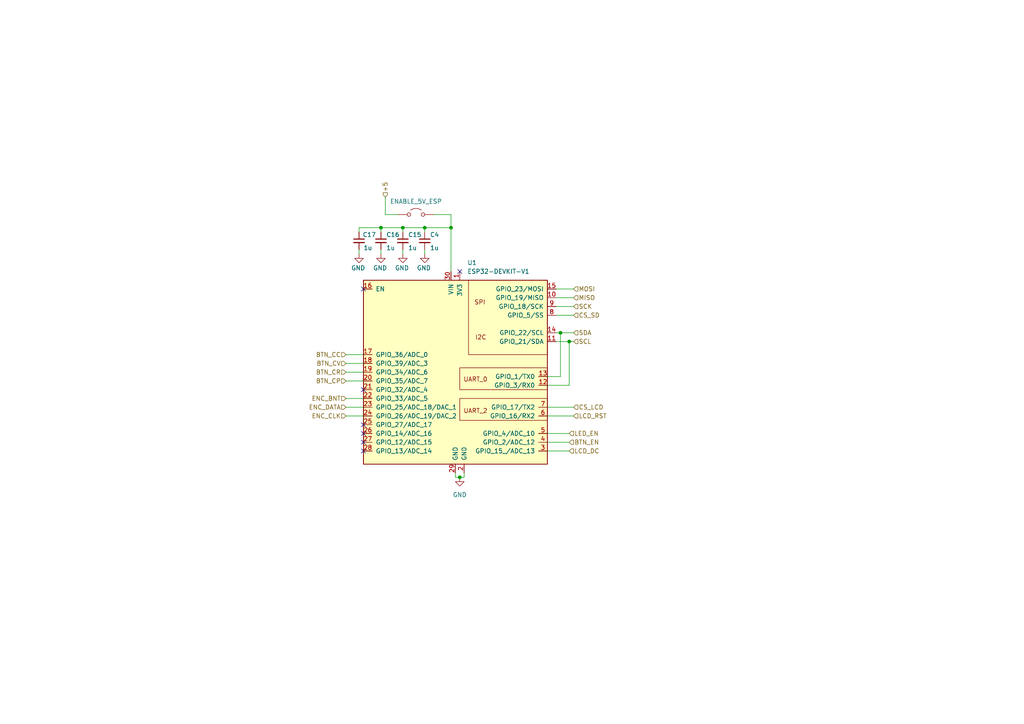
<source format=kicad_sch>
(kicad_sch (version 20231120) (generator "eeschema") (generator_version "8.0")
  (paper "A4")
  (lib_symbols
    (symbol "Device:C_Small" (pin_numbers hide) (pin_names (offset 0.254) hide)
      (property "Reference" "C" (at 0.254 1.778 0))
      (property "Value" "C_Small" (at 0.254 -2.032 0))
      (symbol "C_Small_0_1"
        (polyline (pts (xy -1.524 -0.508) (xy 1.524 -0.508)) (stroke (width 0.3302)))
        (polyline (pts (xy -1.524 0.508) (xy 1.524 0.508)) (stroke (width 0.3048)))
      )
      (symbol "C_Small_1_1"
        (pin passive line (at 0 2.54 270) (length 2.032) (name "~") (number "1"))
        (pin passive line (at 0 -2.54 90) (length 2.032) (name "~") (number "2"))
      )
    )
    (symbol "GND_1" (power) (pin_numbers hide) (pin_names (offset 0) hide)
      (property "Value" "GND" (at 0 -3.81 0))
      (symbol "GND_1_0_1"
        (polyline (pts (xy 0 0) (xy 0 -1.27) (xy 1.27 -1.27) (xy 0 -2.54) (xy -1.27 -1.27) (xy 0 -1.27)))
      )
      (symbol "GND_1_1_1"
        (pin power_in line (at 0 0 270) (length 0) (name "~") (number "1"))
      )
    )
    (symbol "Jumper:Jumper_2_Open" (pin_numbers hide) (pin_names (offset 0) hide) (exclude_from_sim yes)
      (property "Reference" "JP" (at 0 2.794 0))
      (property "Value" "Jumper_2_Open" (at 0 -2.286 0))
      (symbol "Jumper_2_Open_0_0"
        (circle (center -2.032 0) (radius 0.508))
        (circle (center 2.032 0) (radius 0.508))
      )
      (symbol "Jumper_2_Open_0_1"
        (arc (start 1.524 1.27) (mid 0 1.778) (end -1.524 1.27))
      )
      (symbol "Jumper_2_Open_1_1"
        (pin passive line (at -5.08 0 0) (length 2.54) (name "A") (number "1"))
        (pin passive line (at 5.08 0 180) (length 2.54) (name "B") (number "2"))
      )
    )
    (symbol "esp32-devkit-v1:ESP32-DEVKIT-V1" (pin_names (offset 1.016))
      (property "Reference" "U" (at -38.1 31.75 0))
      (property "Value" "ESP32-DEVKIT-V1" (at 4.572 -26.67 0))
      (symbol "ESP32-DEVKIT-V1_0_0"
        (rectangle (start -26.67 29.21) (end 26.67 -24.13) (stroke (width 0.254)) (fill (type background)))
      )
      (symbol "ESP32-DEVKIT-V1_0_1"
        (rectangle (start 26.67 29.21) (end 3.81 7.62))
      )
      (symbol "ESP32-DEVKIT-V1_1_0"
        (pin power_in line (at 1.27 31.75 270) (length 2.54) (name "3V3") (number "1"))
        (pin bidirectional line (at 29.21 24.13 180) (length 2.54) (name "GPIO_19/MISO") (number "10"))
        (pin bidirectional line (at 29.21 11.43 180) (length 2.54) (name "GPIO_21/SDA") (number "11"))
        (pin bidirectional line (at 26.67 -1.27 180) (length 2.54) (name "GPIO_3/RX0") (number "12"))
        (pin bidirectional line (at 26.67 1.27 180) (length 2.54) (name "GPIO_1/TX0") (number "13"))
        (pin bidirectional line (at 29.21 13.97 180) (length 2.54) (name "GPIO_22/SCL") (number "14"))
        (pin bidirectional line (at 29.21 26.67 180) (length 2.54) (name "GPIO_23/MOSI") (number "15"))
        (pin input line (at -26.67 26.67 0) (length 2.54) (name "EN") (number "16"))
        (pin input line (at -26.67 7.62 0) (length 2.54) (name "GPIO_36/ADC_0") (number "17"))
        (pin input line (at -26.67 5.08 0) (length 2.54) (name "GPIO_39/ADC_3") (number "18"))
        (pin input line (at -26.67 2.54 0) (length 2.54) (name "GPIO_34/ADC_6") (number "19"))
        (pin power_in line (at 2.54 -26.67 90) (length 2.54) (name "GND") (number "2"))
        (pin input line (at -26.67 0 0) (length 2.54) (name "GPIO_35/ADC_7") (number "20"))
        (pin bidirectional line (at -26.67 -2.54 0) (length 2.54) (name "GPIO_32/ADC_4") (number "21"))
        (pin bidirectional line (at -26.67 -5.08 0) (length 2.54) (name "GPIO_33/ADC_5") (number "22"))
        (pin bidirectional line (at -26.67 -7.62 0) (length 2.54) (name "GPIO_25/ADC_18/DAC_1") (number "23"))
        (pin bidirectional line (at -26.67 -10.16 0) (length 2.54) (name "GPIO_26/ADC_19/DAC_2") (number "24"))
        (pin bidirectional line (at -26.67 -12.7 0) (length 2.54) (name "GPIO_27/ADC_17") (number "25"))
        (pin bidirectional line (at -26.67 -15.24 0) (length 2.54) (name "GPIO_14/ADC_16") (number "26"))
        (pin bidirectional line (at -26.67 -17.78 0) (length 2.54) (name "GPIO_12/ADC_15") (number "27"))
        (pin bidirectional line (at -26.67 -20.32 0) (length 2.54) (name "GPIO_13/ADC_14") (number "28"))
        (pin power_in line (at 0 -26.67 90) (length 2.54) (name "GND") (number "29"))
        (pin bidirectional line (at 26.67 -20.32 180) (length 2.54) (name "GPIO_15_/ADC_13") (number "3"))
        (pin power_in line (at -1.27 31.75 270) (length 2.54) (name "VIN") (number "30"))
        (pin bidirectional line (at 26.67 -17.78 180) (length 2.54) (name "GPIO_2/ADC_12") (number "4"))
        (pin bidirectional line (at 26.67 -15.24 180) (length 2.54) (name "GPIO_4/ADC_10") (number "5"))
        (pin bidirectional line (at 26.67 -10.16 180) (length 2.54) (name "GPIO_16/RX2") (number "6"))
        (pin bidirectional line (at 26.67 -7.62 180) (length 2.54) (name "GPIO_17/TX2") (number "7"))
        (pin bidirectional line (at 29.21 19.05 180) (length 2.54) (name "GPIO_5/SS") (number "8"))
        (pin bidirectional line (at 29.21 21.59 180) (length 2.54) (name "GPIO_18/SCK") (number "9"))
      )
      (symbol "ESP32-DEVKIT-V1_1_1"
        (rectangle (start 1.27 -5.08) (end 26.67 -11.43))
        (rectangle (start 26.67 3.81) (end 1.27 -2.54))
        (text "I2C" (at 7.366 12.7 0) (effects (font (size 1.27 1.27))))
        (text "SPI" (at 7.112 22.86 0) (effects (font (size 1.27 1.27))))
        (text "UART_0" (at 5.842 0.508 0) (effects (font (size 1.27 1.27))))
        (text "UART_2" (at 5.842 -8.636 0) (effects (font (size 1.27 1.27))))
      )
    )
    (symbol "power:GND" (power) (pin_names (offset 0))
      (property "Value" "GND" (at 0 -3.81 0))
      (symbol "GND_0_1"
        (polyline (pts (xy 0 0) (xy 0 -1.27) (xy 1.27 -1.27) (xy 0 -2.54) (xy -1.27 -1.27) (xy 0 -1.27)))
      )
      (symbol "GND_1_1"
        (pin power_in line (at 0 0 270) (length 0) hide (name "GND") (number "1"))
      )
    )
  )
  (junction (at 133.35 138.43))
  (junction (at 130.81 66.04))
  (junction (at 165.1 99.06))
  (junction (at 123.19 66.04))
  (junction (at 110.49 66.04))
  (junction (at 162.56 96.52))
  (junction (at 116.84 66.04))
  (no_connect (at 133.35 78.74))
  (no_connect (at 105.41 128.27))
  (no_connect (at 105.41 125.73))
  (no_connect (at 105.41 123.19))
  (no_connect (at 105.41 113.03))
  (no_connect (at 105.41 83.82))
  (no_connect (at 105.41 130.81))
  (wire (pts (xy 104.14 72.39) (xy 104.14 73.66)))
  (wire (pts (xy 158.75 128.27) (xy 165.1 128.27)))
  (wire (pts (xy 166.37 83.82) (xy 161.29 83.82)))
  (wire (pts (xy 158.75 130.81) (xy 165.1 130.81)))
  (wire (pts (xy 132.08 137.16) (xy 132.08 138.43)))
  (wire (pts (xy 111.76 62.23) (xy 115.57 62.23)))
  (wire (pts (xy 165.1 111.76) (xy 165.1 99.06)))
  (wire (pts (xy 130.81 66.04) (xy 130.81 78.74)))
  (wire (pts (xy 100.33 115.57) (xy 105.41 115.57)))
  (wire (pts (xy 123.19 72.39) (xy 123.19 73.66)))
  (wire (pts (xy 134.62 138.43) (xy 134.62 137.16)))
  (wire (pts (xy 162.56 109.22) (xy 162.56 96.52)))
  (wire (pts (xy 161.29 88.9) (xy 166.37 88.9)))
  (wire (pts (xy 100.33 102.87) (xy 105.41 102.87)))
  (wire (pts (xy 158.75 125.73) (xy 165.1 125.73)))
  (wire (pts (xy 130.81 62.23) (xy 130.81 66.04)))
  (wire (pts (xy 166.37 96.52) (xy 162.56 96.52)))
  (wire (pts (xy 100.33 110.49) (xy 105.41 110.49)))
  (wire (pts (xy 125.73 62.23) (xy 130.81 62.23)))
  (wire (pts (xy 158.75 120.65) (xy 166.37 120.65)))
  (wire (pts (xy 162.56 96.52) (xy 161.29 96.52)))
  (wire (pts (xy 133.35 138.43) (xy 134.62 138.43)))
  (wire (pts (xy 158.75 111.76) (xy 165.1 111.76)))
  (wire (pts (xy 110.49 66.04) (xy 116.84 66.04)))
  (wire (pts (xy 123.19 66.04) (xy 130.81 66.04)))
  (wire (pts (xy 100.33 118.11) (xy 105.41 118.11)))
  (wire (pts (xy 110.49 72.39) (xy 110.49 73.66)))
  (wire (pts (xy 123.19 67.31) (xy 123.19 66.04)))
  (wire (pts (xy 100.33 105.41) (xy 105.41 105.41)))
  (wire (pts (xy 166.37 86.36) (xy 161.29 86.36)))
  (wire (pts (xy 132.08 138.43) (xy 133.35 138.43)))
  (wire (pts (xy 161.29 91.44) (xy 166.37 91.44)))
  (wire (pts (xy 165.1 99.06) (xy 161.29 99.06)))
  (wire (pts (xy 158.75 118.11) (xy 166.37 118.11)))
  (wire (pts (xy 100.33 107.95) (xy 105.41 107.95)))
  (wire (pts (xy 166.37 99.06) (xy 165.1 99.06)))
  (wire (pts (xy 104.14 66.04) (xy 110.49 66.04)))
  (wire (pts (xy 111.76 57.15) (xy 111.76 62.23)))
  (wire (pts (xy 110.49 67.31) (xy 110.49 66.04)))
  (wire (pts (xy 116.84 66.04) (xy 123.19 66.04)))
  (wire (pts (xy 100.33 120.65) (xy 105.41 120.65)))
  (wire (pts (xy 116.84 72.39) (xy 116.84 73.66)))
  (wire (pts (xy 158.75 109.22) (xy 162.56 109.22)))
  (wire (pts (xy 116.84 67.31) (xy 116.84 66.04)))
  (wire (pts (xy 104.14 67.31) (xy 104.14 66.04)))
  (hierarchical_label "ENC_DATA" (shape input) (at 100.33 118.11 180))
  (hierarchical_label "LCD_RST" (shape input) (at 166.37 120.65 0))
  (hierarchical_label "ENC_BNT" (shape input) (at 100.33 115.57 180))
  (hierarchical_label "LED_EN" (shape input) (at 165.1 125.73 0))
  (hierarchical_label "CS_SD" (shape input) (at 166.37 91.44 0))
  (hierarchical_label "MISO" (shape input) (at 166.37 86.36 0))
  (hierarchical_label "CS_LCD" (shape input) (at 166.37 118.11 0))
  (hierarchical_label "SCL" (shape input) (at 166.37 99.06 0))
  (hierarchical_label "BTN_CP" (shape input) (at 100.33 110.49 180))
  (hierarchical_label "ENC_CLK" (shape input) (at 100.33 120.65 180))
  (hierarchical_label "+5" (shape input) (at 111.76 57.15 90))
  (hierarchical_label "BTN_CV" (shape input) (at 100.33 105.41 180))
  (hierarchical_label "SCK" (shape input) (at 166.37 88.9 0))
  (hierarchical_label "SDA" (shape input) (at 166.37 96.52 0))
  (hierarchical_label "MOSI" (shape input) (at 166.37 83.82 0))
  (hierarchical_label "LCD_DC" (shape input) (at 165.1 130.81 0))
  (hierarchical_label "BTN_CC" (shape input) (at 100.33 102.87 180))
  (hierarchical_label "BTN_CR" (shape input) (at 100.33 107.95 180))
  (hierarchical_label "BTN_EN" (shape input) (at 165.1 128.27 0))
  (symbol (lib_id "power:GND") (at 104.14 73.66 0) (unit 1)
    (property "Reference" "#PWR028" (effects (hide yes)))
    (property "Value" "GND" (at 103.886 77.724 0))
  )
  (symbol (lib_id "power:GND") (at 116.84 73.66 0) (unit 1)
    (property "Reference" "#PWR024" (effects (hide yes)))
    (property "Value" "GND" (at 116.586 77.724 0))
  )
  (symbol (lib_name "GND_1") (lib_id "power:GND") (at 133.35 138.43 0) (unit 1)
    (property "Reference" "#PWR06" (effects (hide yes)))
    (property "Value" "GND" (at 133.35 143.51 0))
    (property "Description" "Power symbol creates a global label with name \"GND\" , ground" (effects (hide yes)))
  )
  (symbol (lib_id "Jumper:Jumper_2_Open") (at 120.65 62.23 0) (unit 1) (exclude_from_sim yes)
    (property "Reference" "JP1" (effects (hide yes)))
    (property "Value" "ENABLE_5V_ESP" (at 120.65 58.42 0))
    (property "Footprint" "Jumper:SolderJumper-2_P1.3mm_Open_TrianglePad1.0x1.5mm" (effects (hide yes)))
    (property "Description" "Jumper, 2-pole, open" (effects (hide yes)))
  )
  (symbol (lib_id "Device:C_Small") (at 104.14 69.85 0) (unit 1)
    (property "Reference" "C17" (at 105.156 68.072 0) (effects (justify left)))
    (property "Value" "1u" (at 105.41 71.882 0) (effects (justify left)))
    (property "Footprint" "Capacitor_SMD:C_0805_2012Metric_Pad1.18x1.45mm_HandSolder" (effects (hide yes)))
    (property "Description" "Unpolarized capacitor, small symbol" (effects (hide yes)))
  )
  (symbol (lib_id "esp32-devkit-v1:ESP32-DEVKIT-V1") (at 132.08 110.49 0) (unit 1)
    (property "Reference" "U1" (at 135.5441 76.2 0) (effects (justify left)))
    (property "Value" "ESP32-DEVKIT-V1" (at 135.5441 78.74 0) (effects (justify left)))
    (property "Footprint" "esp32-v1:ESP32--DEVKIT-V1" (effects (hide yes)))
  )
  (symbol (lib_id "Device:C_Small") (at 116.84 69.85 0) (unit 1)
    (property "Reference" "C15" (at 118.364 68.072 0) (effects (justify left)))
    (property "Value" "1u" (at 118.364 71.882 0) (effects (justify left)))
    (property "Footprint" "Capacitor_SMD:C_0805_2012Metric_Pad1.18x1.45mm_HandSolder" (effects (hide yes)))
    (property "Description" "Unpolarized capacitor, small symbol" (effects (hide yes)))
  )
  (symbol (lib_id "power:GND") (at 123.19 73.66 0) (unit 1)
    (property "Reference" "#PWR07" (effects (hide yes)))
    (property "Value" "GND" (at 122.936 77.724 0))
  )
  (symbol (lib_id "Device:C_Small") (at 123.19 69.85 0) (unit 1)
    (property "Reference" "C4" (at 124.714 68.072 0) (effects (justify left)))
    (property "Value" "1u" (at 124.714 71.882 0) (effects (justify left)))
    (property "Footprint" "Capacitor_SMD:C_0805_2012Metric_Pad1.18x1.45mm_HandSolder" (effects (hide yes)))
    (property "Description" "Unpolarized capacitor, small symbol" (effects (hide yes)))
  )
  (symbol (lib_id "Device:C_Small") (at 110.49 69.85 0) (unit 1)
    (property "Reference" "C16" (at 112.014 68.072 0) (effects (justify left)))
    (property "Value" "1u" (at 112.014 71.882 0) (effects (justify left)))
    (property "Footprint" "Capacitor_SMD:C_0805_2012Metric_Pad1.18x1.45mm_HandSolder" (effects (hide yes)))
    (property "Description" "Unpolarized capacitor, small symbol" (effects (hide yes)))
  )
  (symbol (lib_id "power:GND") (at 110.49 73.66 0) (unit 1)
    (property "Reference" "#PWR027" (effects (hide yes)))
    (property "Value" "GND" (at 110.236 77.724 0))
  )
)
</source>
